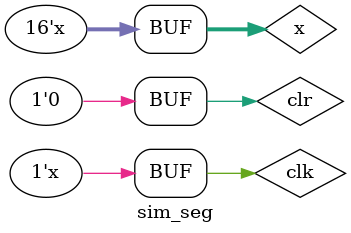
<source format=v>
`timescale 1ns / 1ns


module sim_seg(    
    );
    reg clk,clr;
    initial begin
        clr = 0;
        clk = 0;
        x = 16'b0;
        //num = 48'b0;
    end
    always #1 clk=clk+1;
    
    reg      [15:0]x;
    wire     [6:0] seg7_0_7bit;
    wire     [6:0] seg7_1_7bit;
    wire    [3:0] seg7_0_an;
    wire    [3:0] seg7_1_an;
    wire          seg7_0_dp;
    wire          seg7_1_dp;
    wire  [15:0]      led;
    wire [27:0]clkdiv;
    wire [47:0]num;
    wire [5:0] digit1;
    wire [5:0] digit2;
    wire [3:0] aen;
    reg [4:0] btn;
    initial btn = 5'b00001;
    always #5 begin
        btn = btn<<1;
        if(btn==5'b00000) btn = 5'b00001;
    end
    always #5 x=x+1;
    //always #5 num=num+1;
    //seg7 t1(num,clk,clr,seg7_0_7bit,seg7_0_an,seg7_1_7bit,seg7_1_an,seg7_0_dp,seg7_1_dp,clkdiv,digit1,digit2,aen);
    viewer t(clk,x,btn,seg7_0_7bit,seg7_1_7bit,seg7_0_an,seg7_1_an,seg7_0_dp,seg7_1_dp,led);
endmodule

</source>
